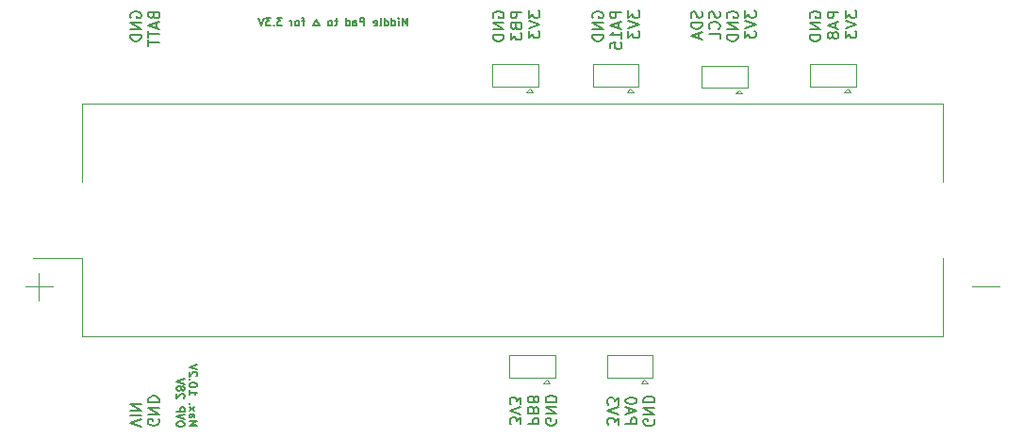
<source format=gbr>
%TF.GenerationSoftware,KiCad,Pcbnew,(6.0.6)*%
%TF.CreationDate,2022-06-29T12:08:49+02:00*%
%TF.ProjectId,LoRaMini,4c6f5261-4d69-46e6-992e-6b696361645f,rev?*%
%TF.SameCoordinates,Original*%
%TF.FileFunction,Legend,Bot*%
%TF.FilePolarity,Positive*%
%FSLAX46Y46*%
G04 Gerber Fmt 4.6, Leading zero omitted, Abs format (unit mm)*
G04 Created by KiCad (PCBNEW (6.0.6)) date 2022-06-29 12:08:49*
%MOMM*%
%LPD*%
G01*
G04 APERTURE LIST*
%ADD10C,0.150000*%
%ADD11C,0.120000*%
G04 APERTURE END LIST*
D10*
X141149600Y-138277504D02*
X141197219Y-138372742D01*
X141197219Y-138515600D01*
X141149600Y-138658457D01*
X141054361Y-138753695D01*
X140959123Y-138801314D01*
X140768647Y-138848933D01*
X140625790Y-138848933D01*
X140435314Y-138801314D01*
X140340076Y-138753695D01*
X140244838Y-138658457D01*
X140197219Y-138515600D01*
X140197219Y-138420361D01*
X140244838Y-138277504D01*
X140292457Y-138229885D01*
X140625790Y-138229885D01*
X140625790Y-138420361D01*
X140197219Y-137801314D02*
X141197219Y-137801314D01*
X140197219Y-137229885D01*
X141197219Y-137229885D01*
X140197219Y-136753695D02*
X141197219Y-136753695D01*
X141197219Y-136515600D01*
X141149600Y-136372742D01*
X141054361Y-136277504D01*
X140959123Y-136229885D01*
X140768647Y-136182266D01*
X140625790Y-136182266D01*
X140435314Y-136229885D01*
X140340076Y-136277504D01*
X140244838Y-136372742D01*
X140197219Y-136515600D01*
X140197219Y-136753695D01*
X138587219Y-138753695D02*
X139587219Y-138753695D01*
X139587219Y-138372742D01*
X139539600Y-138277504D01*
X139491980Y-138229885D01*
X139396742Y-138182266D01*
X139253885Y-138182266D01*
X139158647Y-138229885D01*
X139111028Y-138277504D01*
X139063409Y-138372742D01*
X139063409Y-138753695D01*
X139111028Y-137420361D02*
X139063409Y-137277504D01*
X139015790Y-137229885D01*
X138920552Y-137182266D01*
X138777695Y-137182266D01*
X138682457Y-137229885D01*
X138634838Y-137277504D01*
X138587219Y-137372742D01*
X138587219Y-137753695D01*
X139587219Y-137753695D01*
X139587219Y-137420361D01*
X139539600Y-137325123D01*
X139491980Y-137277504D01*
X139396742Y-137229885D01*
X139301504Y-137229885D01*
X139206266Y-137277504D01*
X139158647Y-137325123D01*
X139111028Y-137420361D01*
X139111028Y-137753695D01*
X139158647Y-136610838D02*
X139206266Y-136706076D01*
X139253885Y-136753695D01*
X139349123Y-136801314D01*
X139396742Y-136801314D01*
X139491980Y-136753695D01*
X139539600Y-136706076D01*
X139587219Y-136610838D01*
X139587219Y-136420361D01*
X139539600Y-136325123D01*
X139491980Y-136277504D01*
X139396742Y-136229885D01*
X139349123Y-136229885D01*
X139253885Y-136277504D01*
X139206266Y-136325123D01*
X139158647Y-136420361D01*
X139158647Y-136610838D01*
X139111028Y-136706076D01*
X139063409Y-136753695D01*
X138968171Y-136801314D01*
X138777695Y-136801314D01*
X138682457Y-136753695D01*
X138634838Y-136706076D01*
X138587219Y-136610838D01*
X138587219Y-136420361D01*
X138634838Y-136325123D01*
X138682457Y-136277504D01*
X138777695Y-136229885D01*
X138968171Y-136229885D01*
X139063409Y-136277504D01*
X139111028Y-136325123D01*
X139158647Y-136420361D01*
X137977219Y-138753695D02*
X137977219Y-138134647D01*
X137596266Y-138467980D01*
X137596266Y-138325123D01*
X137548647Y-138229885D01*
X137501028Y-138182266D01*
X137405790Y-138134647D01*
X137167695Y-138134647D01*
X137072457Y-138182266D01*
X137024838Y-138229885D01*
X136977219Y-138325123D01*
X136977219Y-138610838D01*
X137024838Y-138706076D01*
X137072457Y-138753695D01*
X137977219Y-137848933D02*
X136977219Y-137515600D01*
X137977219Y-137182266D01*
X137977219Y-136944171D02*
X137977219Y-136325123D01*
X137596266Y-136658457D01*
X137596266Y-136515600D01*
X137548647Y-136420361D01*
X137501028Y-136372742D01*
X137405790Y-136325123D01*
X137167695Y-136325123D01*
X137072457Y-136372742D01*
X137024838Y-136420361D01*
X136977219Y-136515600D01*
X136977219Y-136801314D01*
X137024838Y-136896552D01*
X137072457Y-136944171D01*
X154199761Y-101633976D02*
X154247380Y-101776833D01*
X154247380Y-102014928D01*
X154199761Y-102110166D01*
X154152142Y-102157785D01*
X154056904Y-102205404D01*
X153961666Y-102205404D01*
X153866428Y-102157785D01*
X153818809Y-102110166D01*
X153771190Y-102014928D01*
X153723571Y-101824452D01*
X153675952Y-101729214D01*
X153628333Y-101681595D01*
X153533095Y-101633976D01*
X153437857Y-101633976D01*
X153342619Y-101681595D01*
X153295000Y-101729214D01*
X153247380Y-101824452D01*
X153247380Y-102062547D01*
X153295000Y-102205404D01*
X154247380Y-102633976D02*
X153247380Y-102633976D01*
X153247380Y-102872071D01*
X153295000Y-103014928D01*
X153390238Y-103110166D01*
X153485476Y-103157785D01*
X153675952Y-103205404D01*
X153818809Y-103205404D01*
X154009285Y-103157785D01*
X154104523Y-103110166D01*
X154199761Y-103014928D01*
X154247380Y-102872071D01*
X154247380Y-102633976D01*
X153961666Y-103586357D02*
X153961666Y-104062547D01*
X154247380Y-103491119D02*
X153247380Y-103824452D01*
X154247380Y-104157785D01*
X155809761Y-101633976D02*
X155857380Y-101776833D01*
X155857380Y-102014928D01*
X155809761Y-102110166D01*
X155762142Y-102157785D01*
X155666904Y-102205404D01*
X155571666Y-102205404D01*
X155476428Y-102157785D01*
X155428809Y-102110166D01*
X155381190Y-102014928D01*
X155333571Y-101824452D01*
X155285952Y-101729214D01*
X155238333Y-101681595D01*
X155143095Y-101633976D01*
X155047857Y-101633976D01*
X154952619Y-101681595D01*
X154905000Y-101729214D01*
X154857380Y-101824452D01*
X154857380Y-102062547D01*
X154905000Y-102205404D01*
X155762142Y-103205404D02*
X155809761Y-103157785D01*
X155857380Y-103014928D01*
X155857380Y-102919690D01*
X155809761Y-102776833D01*
X155714523Y-102681595D01*
X155619285Y-102633976D01*
X155428809Y-102586357D01*
X155285952Y-102586357D01*
X155095476Y-102633976D01*
X155000238Y-102681595D01*
X154905000Y-102776833D01*
X154857380Y-102919690D01*
X154857380Y-103014928D01*
X154905000Y-103157785D01*
X154952619Y-103205404D01*
X155857380Y-104110166D02*
X155857380Y-103633976D01*
X154857380Y-103633976D01*
X156515000Y-102205404D02*
X156467380Y-102110166D01*
X156467380Y-101967309D01*
X156515000Y-101824452D01*
X156610238Y-101729214D01*
X156705476Y-101681595D01*
X156895952Y-101633976D01*
X157038809Y-101633976D01*
X157229285Y-101681595D01*
X157324523Y-101729214D01*
X157419761Y-101824452D01*
X157467380Y-101967309D01*
X157467380Y-102062547D01*
X157419761Y-102205404D01*
X157372142Y-102253023D01*
X157038809Y-102253023D01*
X157038809Y-102062547D01*
X157467380Y-102681595D02*
X156467380Y-102681595D01*
X157467380Y-103253023D01*
X156467380Y-103253023D01*
X157467380Y-103729214D02*
X156467380Y-103729214D01*
X156467380Y-103967309D01*
X156515000Y-104110166D01*
X156610238Y-104205404D01*
X156705476Y-104253023D01*
X156895952Y-104300642D01*
X157038809Y-104300642D01*
X157229285Y-104253023D01*
X157324523Y-104205404D01*
X157419761Y-104110166D01*
X157467380Y-103967309D01*
X157467380Y-103729214D01*
X158077380Y-101586357D02*
X158077380Y-102205404D01*
X158458333Y-101872071D01*
X158458333Y-102014928D01*
X158505952Y-102110166D01*
X158553571Y-102157785D01*
X158648809Y-102205404D01*
X158886904Y-102205404D01*
X158982142Y-102157785D01*
X159029761Y-102110166D01*
X159077380Y-102014928D01*
X159077380Y-101729214D01*
X159029761Y-101633976D01*
X158982142Y-101586357D01*
X158077380Y-102491119D02*
X159077380Y-102824452D01*
X158077380Y-103157785D01*
X158077380Y-103395880D02*
X158077380Y-104014928D01*
X158458333Y-103681595D01*
X158458333Y-103824452D01*
X158505952Y-103919690D01*
X158553571Y-103967309D01*
X158648809Y-104014928D01*
X158886904Y-104014928D01*
X158982142Y-103967309D01*
X159029761Y-103919690D01*
X159077380Y-103824452D01*
X159077380Y-103538738D01*
X159029761Y-103443500D01*
X158982142Y-103395880D01*
X149938000Y-138328304D02*
X149985619Y-138423542D01*
X149985619Y-138566400D01*
X149938000Y-138709257D01*
X149842761Y-138804495D01*
X149747523Y-138852114D01*
X149557047Y-138899733D01*
X149414190Y-138899733D01*
X149223714Y-138852114D01*
X149128476Y-138804495D01*
X149033238Y-138709257D01*
X148985619Y-138566400D01*
X148985619Y-138471161D01*
X149033238Y-138328304D01*
X149080857Y-138280685D01*
X149414190Y-138280685D01*
X149414190Y-138471161D01*
X148985619Y-137852114D02*
X149985619Y-137852114D01*
X148985619Y-137280685D01*
X149985619Y-137280685D01*
X148985619Y-136804495D02*
X149985619Y-136804495D01*
X149985619Y-136566400D01*
X149938000Y-136423542D01*
X149842761Y-136328304D01*
X149747523Y-136280685D01*
X149557047Y-136233066D01*
X149414190Y-136233066D01*
X149223714Y-136280685D01*
X149128476Y-136328304D01*
X149033238Y-136423542D01*
X148985619Y-136566400D01*
X148985619Y-136804495D01*
X147375619Y-138733066D02*
X148375619Y-138733066D01*
X148375619Y-138352114D01*
X148328000Y-138256876D01*
X148280380Y-138209257D01*
X148185142Y-138161638D01*
X148042285Y-138161638D01*
X147947047Y-138209257D01*
X147899428Y-138256876D01*
X147851809Y-138352114D01*
X147851809Y-138733066D01*
X147661333Y-137780685D02*
X147661333Y-137304495D01*
X147375619Y-137875923D02*
X148375619Y-137542590D01*
X147375619Y-137209257D01*
X148375619Y-136685447D02*
X148375619Y-136590209D01*
X148328000Y-136494971D01*
X148280380Y-136447352D01*
X148185142Y-136399733D01*
X147994666Y-136352114D01*
X147756571Y-136352114D01*
X147566095Y-136399733D01*
X147470857Y-136447352D01*
X147423238Y-136494971D01*
X147375619Y-136590209D01*
X147375619Y-136685447D01*
X147423238Y-136780685D01*
X147470857Y-136828304D01*
X147566095Y-136875923D01*
X147756571Y-136923542D01*
X147994666Y-136923542D01*
X148185142Y-136875923D01*
X148280380Y-136828304D01*
X148328000Y-136780685D01*
X148375619Y-136685447D01*
X146765619Y-138804495D02*
X146765619Y-138185447D01*
X146384666Y-138518780D01*
X146384666Y-138375923D01*
X146337047Y-138280685D01*
X146289428Y-138233066D01*
X146194190Y-138185447D01*
X145956095Y-138185447D01*
X145860857Y-138233066D01*
X145813238Y-138280685D01*
X145765619Y-138375923D01*
X145765619Y-138661638D01*
X145813238Y-138756876D01*
X145860857Y-138804495D01*
X146765619Y-137899733D02*
X145765619Y-137566400D01*
X146765619Y-137233066D01*
X146765619Y-136994971D02*
X146765619Y-136375923D01*
X146384666Y-136709257D01*
X146384666Y-136566400D01*
X146337047Y-136471161D01*
X146289428Y-136423542D01*
X146194190Y-136375923D01*
X145956095Y-136375923D01*
X145860857Y-136423542D01*
X145813238Y-136471161D01*
X145765619Y-136566400D01*
X145765619Y-136852114D01*
X145813238Y-136947352D01*
X145860857Y-136994971D01*
X135507200Y-102205404D02*
X135459580Y-102110166D01*
X135459580Y-101967309D01*
X135507200Y-101824452D01*
X135602438Y-101729214D01*
X135697676Y-101681595D01*
X135888152Y-101633976D01*
X136031009Y-101633976D01*
X136221485Y-101681595D01*
X136316723Y-101729214D01*
X136411961Y-101824452D01*
X136459580Y-101967309D01*
X136459580Y-102062547D01*
X136411961Y-102205404D01*
X136364342Y-102253023D01*
X136031009Y-102253023D01*
X136031009Y-102062547D01*
X136459580Y-102681595D02*
X135459580Y-102681595D01*
X136459580Y-103253023D01*
X135459580Y-103253023D01*
X136459580Y-103729214D02*
X135459580Y-103729214D01*
X135459580Y-103967309D01*
X135507200Y-104110166D01*
X135602438Y-104205404D01*
X135697676Y-104253023D01*
X135888152Y-104300642D01*
X136031009Y-104300642D01*
X136221485Y-104253023D01*
X136316723Y-104205404D01*
X136411961Y-104110166D01*
X136459580Y-103967309D01*
X136459580Y-103729214D01*
X138069580Y-101681595D02*
X137069580Y-101681595D01*
X137069580Y-102062547D01*
X137117200Y-102157785D01*
X137164819Y-102205404D01*
X137260057Y-102253023D01*
X137402914Y-102253023D01*
X137498152Y-102205404D01*
X137545771Y-102157785D01*
X137593390Y-102062547D01*
X137593390Y-101681595D01*
X137545771Y-103014928D02*
X137593390Y-103157785D01*
X137641009Y-103205404D01*
X137736247Y-103253023D01*
X137879104Y-103253023D01*
X137974342Y-103205404D01*
X138021961Y-103157785D01*
X138069580Y-103062547D01*
X138069580Y-102681595D01*
X137069580Y-102681595D01*
X137069580Y-103014928D01*
X137117200Y-103110166D01*
X137164819Y-103157785D01*
X137260057Y-103205404D01*
X137355295Y-103205404D01*
X137450533Y-103157785D01*
X137498152Y-103110166D01*
X137545771Y-103014928D01*
X137545771Y-102681595D01*
X137069580Y-103586357D02*
X137069580Y-104205404D01*
X137450533Y-103872071D01*
X137450533Y-104014928D01*
X137498152Y-104110166D01*
X137545771Y-104157785D01*
X137641009Y-104205404D01*
X137879104Y-104205404D01*
X137974342Y-104157785D01*
X138021961Y-104110166D01*
X138069580Y-104014928D01*
X138069580Y-103729214D01*
X138021961Y-103633976D01*
X137974342Y-103586357D01*
X138679580Y-101586357D02*
X138679580Y-102205404D01*
X139060533Y-101872071D01*
X139060533Y-102014928D01*
X139108152Y-102110166D01*
X139155771Y-102157785D01*
X139251009Y-102205404D01*
X139489104Y-102205404D01*
X139584342Y-102157785D01*
X139631961Y-102110166D01*
X139679580Y-102014928D01*
X139679580Y-101729214D01*
X139631961Y-101633976D01*
X139584342Y-101586357D01*
X138679580Y-102491119D02*
X139679580Y-102824452D01*
X138679580Y-103157785D01*
X138679580Y-103395880D02*
X138679580Y-104014928D01*
X139060533Y-103681595D01*
X139060533Y-103824452D01*
X139108152Y-103919690D01*
X139155771Y-103967309D01*
X139251009Y-104014928D01*
X139489104Y-104014928D01*
X139584342Y-103967309D01*
X139631961Y-103919690D01*
X139679580Y-103824452D01*
X139679580Y-103538738D01*
X139631961Y-103443500D01*
X139584342Y-103395880D01*
X127813366Y-102927966D02*
X127813366Y-102227966D01*
X127580033Y-102727966D01*
X127346700Y-102227966D01*
X127346700Y-102927966D01*
X127013366Y-102927966D02*
X127013366Y-102461300D01*
X127013366Y-102227966D02*
X127046700Y-102261300D01*
X127013366Y-102294633D01*
X126980033Y-102261300D01*
X127013366Y-102227966D01*
X127013366Y-102294633D01*
X126380033Y-102927966D02*
X126380033Y-102227966D01*
X126380033Y-102894633D02*
X126446700Y-102927966D01*
X126580033Y-102927966D01*
X126646700Y-102894633D01*
X126680033Y-102861300D01*
X126713366Y-102794633D01*
X126713366Y-102594633D01*
X126680033Y-102527966D01*
X126646700Y-102494633D01*
X126580033Y-102461300D01*
X126446700Y-102461300D01*
X126380033Y-102494633D01*
X125746700Y-102927966D02*
X125746700Y-102227966D01*
X125746700Y-102894633D02*
X125813366Y-102927966D01*
X125946700Y-102927966D01*
X126013366Y-102894633D01*
X126046700Y-102861300D01*
X126080033Y-102794633D01*
X126080033Y-102594633D01*
X126046700Y-102527966D01*
X126013366Y-102494633D01*
X125946700Y-102461300D01*
X125813366Y-102461300D01*
X125746700Y-102494633D01*
X125313366Y-102927966D02*
X125380033Y-102894633D01*
X125413366Y-102827966D01*
X125413366Y-102227966D01*
X124780033Y-102894633D02*
X124846700Y-102927966D01*
X124980033Y-102927966D01*
X125046700Y-102894633D01*
X125080033Y-102827966D01*
X125080033Y-102561300D01*
X125046700Y-102494633D01*
X124980033Y-102461300D01*
X124846700Y-102461300D01*
X124780033Y-102494633D01*
X124746700Y-102561300D01*
X124746700Y-102627966D01*
X125080033Y-102694633D01*
X123913366Y-102927966D02*
X123913366Y-102227966D01*
X123646700Y-102227966D01*
X123580033Y-102261300D01*
X123546700Y-102294633D01*
X123513366Y-102361300D01*
X123513366Y-102461300D01*
X123546700Y-102527966D01*
X123580033Y-102561300D01*
X123646700Y-102594633D01*
X123913366Y-102594633D01*
X122913366Y-102927966D02*
X122913366Y-102561300D01*
X122946700Y-102494633D01*
X123013366Y-102461300D01*
X123146700Y-102461300D01*
X123213366Y-102494633D01*
X122913366Y-102894633D02*
X122980033Y-102927966D01*
X123146700Y-102927966D01*
X123213366Y-102894633D01*
X123246700Y-102827966D01*
X123246700Y-102761300D01*
X123213366Y-102694633D01*
X123146700Y-102661300D01*
X122980033Y-102661300D01*
X122913366Y-102627966D01*
X122280033Y-102927966D02*
X122280033Y-102227966D01*
X122280033Y-102894633D02*
X122346700Y-102927966D01*
X122480033Y-102927966D01*
X122546700Y-102894633D01*
X122580033Y-102861300D01*
X122613366Y-102794633D01*
X122613366Y-102594633D01*
X122580033Y-102527966D01*
X122546700Y-102494633D01*
X122480033Y-102461300D01*
X122346700Y-102461300D01*
X122280033Y-102494633D01*
X121513366Y-102461300D02*
X121246700Y-102461300D01*
X121413366Y-102227966D02*
X121413366Y-102827966D01*
X121380033Y-102894633D01*
X121313366Y-102927966D01*
X121246700Y-102927966D01*
X120913366Y-102927966D02*
X120980033Y-102894633D01*
X121013366Y-102861300D01*
X121046700Y-102794633D01*
X121046700Y-102594633D01*
X121013366Y-102527966D01*
X120980033Y-102494633D01*
X120913366Y-102461300D01*
X120813366Y-102461300D01*
X120746700Y-102494633D01*
X120713366Y-102527966D01*
X120680033Y-102594633D01*
X120680033Y-102794633D01*
X120713366Y-102861300D01*
X120746700Y-102894633D01*
X120813366Y-102927966D01*
X120913366Y-102927966D01*
X119580033Y-102394633D02*
X119280033Y-102927966D01*
X119880033Y-102927966D01*
X119580033Y-102394633D01*
X118546700Y-102461300D02*
X118280033Y-102461300D01*
X118446700Y-102927966D02*
X118446700Y-102327966D01*
X118413366Y-102261300D01*
X118346700Y-102227966D01*
X118280033Y-102227966D01*
X117946700Y-102927966D02*
X118013366Y-102894633D01*
X118046700Y-102861300D01*
X118080033Y-102794633D01*
X118080033Y-102594633D01*
X118046700Y-102527966D01*
X118013366Y-102494633D01*
X117946700Y-102461300D01*
X117846700Y-102461300D01*
X117780033Y-102494633D01*
X117746700Y-102527966D01*
X117713366Y-102594633D01*
X117713366Y-102794633D01*
X117746700Y-102861300D01*
X117780033Y-102894633D01*
X117846700Y-102927966D01*
X117946700Y-102927966D01*
X117413366Y-102927966D02*
X117413366Y-102461300D01*
X117413366Y-102594633D02*
X117380033Y-102527966D01*
X117346700Y-102494633D01*
X117280033Y-102461300D01*
X117213366Y-102461300D01*
X116513366Y-102227966D02*
X116080033Y-102227966D01*
X116313366Y-102494633D01*
X116213366Y-102494633D01*
X116146700Y-102527966D01*
X116113366Y-102561300D01*
X116080033Y-102627966D01*
X116080033Y-102794633D01*
X116113366Y-102861300D01*
X116146700Y-102894633D01*
X116213366Y-102927966D01*
X116413366Y-102927966D01*
X116480033Y-102894633D01*
X116513366Y-102861300D01*
X115780033Y-102861300D02*
X115746700Y-102894633D01*
X115780033Y-102927966D01*
X115813366Y-102894633D01*
X115780033Y-102861300D01*
X115780033Y-102927966D01*
X115513366Y-102227966D02*
X115080033Y-102227966D01*
X115313366Y-102494633D01*
X115213366Y-102494633D01*
X115146700Y-102527966D01*
X115113366Y-102561300D01*
X115080033Y-102627966D01*
X115080033Y-102794633D01*
X115113366Y-102861300D01*
X115146700Y-102894633D01*
X115213366Y-102927966D01*
X115413366Y-102927966D01*
X115480033Y-102894633D01*
X115513366Y-102861300D01*
X114880033Y-102227966D02*
X114646700Y-102927966D01*
X114413366Y-102227966D01*
X144448000Y-102205404D02*
X144400380Y-102110166D01*
X144400380Y-101967309D01*
X144448000Y-101824452D01*
X144543238Y-101729214D01*
X144638476Y-101681595D01*
X144828952Y-101633976D01*
X144971809Y-101633976D01*
X145162285Y-101681595D01*
X145257523Y-101729214D01*
X145352761Y-101824452D01*
X145400380Y-101967309D01*
X145400380Y-102062547D01*
X145352761Y-102205404D01*
X145305142Y-102253023D01*
X144971809Y-102253023D01*
X144971809Y-102062547D01*
X145400380Y-102681595D02*
X144400380Y-102681595D01*
X145400380Y-103253023D01*
X144400380Y-103253023D01*
X145400380Y-103729214D02*
X144400380Y-103729214D01*
X144400380Y-103967309D01*
X144448000Y-104110166D01*
X144543238Y-104205404D01*
X144638476Y-104253023D01*
X144828952Y-104300642D01*
X144971809Y-104300642D01*
X145162285Y-104253023D01*
X145257523Y-104205404D01*
X145352761Y-104110166D01*
X145400380Y-103967309D01*
X145400380Y-103729214D01*
X147010380Y-101681595D02*
X146010380Y-101681595D01*
X146010380Y-102062547D01*
X146058000Y-102157785D01*
X146105619Y-102205404D01*
X146200857Y-102253023D01*
X146343714Y-102253023D01*
X146438952Y-102205404D01*
X146486571Y-102157785D01*
X146534190Y-102062547D01*
X146534190Y-101681595D01*
X146724666Y-102633976D02*
X146724666Y-103110166D01*
X147010380Y-102538738D02*
X146010380Y-102872071D01*
X147010380Y-103205404D01*
X147010380Y-104062547D02*
X147010380Y-103491119D01*
X147010380Y-103776833D02*
X146010380Y-103776833D01*
X146153238Y-103681595D01*
X146248476Y-103586357D01*
X146296095Y-103491119D01*
X146010380Y-104967309D02*
X146010380Y-104491119D01*
X146486571Y-104443500D01*
X146438952Y-104491119D01*
X146391333Y-104586357D01*
X146391333Y-104824452D01*
X146438952Y-104919690D01*
X146486571Y-104967309D01*
X146581809Y-105014928D01*
X146819904Y-105014928D01*
X146915142Y-104967309D01*
X146962761Y-104919690D01*
X147010380Y-104824452D01*
X147010380Y-104586357D01*
X146962761Y-104491119D01*
X146915142Y-104443500D01*
X147620380Y-101586357D02*
X147620380Y-102205404D01*
X148001333Y-101872071D01*
X148001333Y-102014928D01*
X148048952Y-102110166D01*
X148096571Y-102157785D01*
X148191809Y-102205404D01*
X148429904Y-102205404D01*
X148525142Y-102157785D01*
X148572761Y-102110166D01*
X148620380Y-102014928D01*
X148620380Y-101729214D01*
X148572761Y-101633976D01*
X148525142Y-101586357D01*
X147620380Y-102491119D02*
X148620380Y-102824452D01*
X147620380Y-103157785D01*
X147620380Y-103395880D02*
X147620380Y-104014928D01*
X148001333Y-103681595D01*
X148001333Y-103824452D01*
X148048952Y-103919690D01*
X148096571Y-103967309D01*
X148191809Y-104014928D01*
X148429904Y-104014928D01*
X148525142Y-103967309D01*
X148572761Y-103919690D01*
X148620380Y-103824452D01*
X148620380Y-103538738D01*
X148572761Y-103443500D01*
X148525142Y-103395880D01*
X105445000Y-138305805D02*
X105492619Y-138401043D01*
X105492619Y-138543900D01*
X105445000Y-138686757D01*
X105349761Y-138781995D01*
X105254523Y-138829614D01*
X105064047Y-138877233D01*
X104921190Y-138877233D01*
X104730714Y-138829614D01*
X104635476Y-138781995D01*
X104540238Y-138686757D01*
X104492619Y-138543900D01*
X104492619Y-138448662D01*
X104540238Y-138305805D01*
X104587857Y-138258186D01*
X104921190Y-138258186D01*
X104921190Y-138448662D01*
X104492619Y-137829614D02*
X105492619Y-137829614D01*
X104492619Y-137258186D01*
X105492619Y-137258186D01*
X104492619Y-136781995D02*
X105492619Y-136781995D01*
X105492619Y-136543900D01*
X105445000Y-136401043D01*
X105349761Y-136305805D01*
X105254523Y-136258186D01*
X105064047Y-136210567D01*
X104921190Y-136210567D01*
X104730714Y-136258186D01*
X104635476Y-136305805D01*
X104540238Y-136401043D01*
X104492619Y-136543900D01*
X104492619Y-136781995D01*
X103882619Y-138972471D02*
X102882619Y-138639138D01*
X103882619Y-138305805D01*
X102882619Y-137972471D02*
X103882619Y-137972471D01*
X102882619Y-137496281D02*
X103882619Y-137496281D01*
X102882619Y-136924852D01*
X103882619Y-136924852D01*
X102962000Y-102205404D02*
X102914380Y-102110166D01*
X102914380Y-101967309D01*
X102962000Y-101824452D01*
X103057238Y-101729214D01*
X103152476Y-101681595D01*
X103342952Y-101633976D01*
X103485809Y-101633976D01*
X103676285Y-101681595D01*
X103771523Y-101729214D01*
X103866761Y-101824452D01*
X103914380Y-101967309D01*
X103914380Y-102062547D01*
X103866761Y-102205404D01*
X103819142Y-102253023D01*
X103485809Y-102253023D01*
X103485809Y-102062547D01*
X103914380Y-102681595D02*
X102914380Y-102681595D01*
X103914380Y-103253023D01*
X102914380Y-103253023D01*
X103914380Y-103729214D02*
X102914380Y-103729214D01*
X102914380Y-103967309D01*
X102962000Y-104110166D01*
X103057238Y-104205404D01*
X103152476Y-104253023D01*
X103342952Y-104300642D01*
X103485809Y-104300642D01*
X103676285Y-104253023D01*
X103771523Y-104205404D01*
X103866761Y-104110166D01*
X103914380Y-103967309D01*
X103914380Y-103729214D01*
X105000571Y-102014928D02*
X105048190Y-102157785D01*
X105095809Y-102205404D01*
X105191047Y-102253023D01*
X105333904Y-102253023D01*
X105429142Y-102205404D01*
X105476761Y-102157785D01*
X105524380Y-102062547D01*
X105524380Y-101681595D01*
X104524380Y-101681595D01*
X104524380Y-102014928D01*
X104572000Y-102110166D01*
X104619619Y-102157785D01*
X104714857Y-102205404D01*
X104810095Y-102205404D01*
X104905333Y-102157785D01*
X104952952Y-102110166D01*
X105000571Y-102014928D01*
X105000571Y-101681595D01*
X105238666Y-102633976D02*
X105238666Y-103110166D01*
X105524380Y-102538738D02*
X104524380Y-102872071D01*
X105524380Y-103205404D01*
X104524380Y-103395880D02*
X104524380Y-103967309D01*
X105524380Y-103681595D02*
X104524380Y-103681595D01*
X104524380Y-104157785D02*
X104524380Y-104729214D01*
X105524380Y-104443500D02*
X104524380Y-104443500D01*
X108196833Y-138927833D02*
X108896833Y-138927833D01*
X108396833Y-138694500D01*
X108896833Y-138461166D01*
X108196833Y-138461166D01*
X108196833Y-137827833D02*
X108563500Y-137827833D01*
X108630166Y-137861166D01*
X108663500Y-137927833D01*
X108663500Y-138061166D01*
X108630166Y-138127833D01*
X108230166Y-137827833D02*
X108196833Y-137894500D01*
X108196833Y-138061166D01*
X108230166Y-138127833D01*
X108296833Y-138161166D01*
X108363500Y-138161166D01*
X108430166Y-138127833D01*
X108463500Y-138061166D01*
X108463500Y-137894500D01*
X108496833Y-137827833D01*
X108196833Y-137561166D02*
X108663500Y-137194500D01*
X108663500Y-137561166D02*
X108196833Y-137194500D01*
X108263500Y-136927833D02*
X108230166Y-136894500D01*
X108196833Y-136927833D01*
X108230166Y-136961166D01*
X108263500Y-136927833D01*
X108196833Y-136927833D01*
X108196833Y-135694500D02*
X108196833Y-136094500D01*
X108196833Y-135894500D02*
X108896833Y-135894500D01*
X108796833Y-135961166D01*
X108730166Y-136027833D01*
X108696833Y-136094500D01*
X108896833Y-135261166D02*
X108896833Y-135194500D01*
X108863500Y-135127833D01*
X108830166Y-135094500D01*
X108763500Y-135061166D01*
X108630166Y-135027833D01*
X108463500Y-135027833D01*
X108330166Y-135061166D01*
X108263500Y-135094500D01*
X108230166Y-135127833D01*
X108196833Y-135194500D01*
X108196833Y-135261166D01*
X108230166Y-135327833D01*
X108263500Y-135361166D01*
X108330166Y-135394500D01*
X108463500Y-135427833D01*
X108630166Y-135427833D01*
X108763500Y-135394500D01*
X108830166Y-135361166D01*
X108863500Y-135327833D01*
X108896833Y-135261166D01*
X108263500Y-134727833D02*
X108230166Y-134694500D01*
X108196833Y-134727833D01*
X108230166Y-134761166D01*
X108263500Y-134727833D01*
X108196833Y-134727833D01*
X108830166Y-134427833D02*
X108863500Y-134394500D01*
X108896833Y-134327833D01*
X108896833Y-134161166D01*
X108863500Y-134094500D01*
X108830166Y-134061166D01*
X108763500Y-134027833D01*
X108696833Y-134027833D01*
X108596833Y-134061166D01*
X108196833Y-134461166D01*
X108196833Y-134027833D01*
X108896833Y-133827833D02*
X108196833Y-133594500D01*
X108896833Y-133361166D01*
X107769833Y-138794500D02*
X107769833Y-138661166D01*
X107736500Y-138594500D01*
X107669833Y-138527833D01*
X107536500Y-138494500D01*
X107303166Y-138494500D01*
X107169833Y-138527833D01*
X107103166Y-138594500D01*
X107069833Y-138661166D01*
X107069833Y-138794500D01*
X107103166Y-138861166D01*
X107169833Y-138927833D01*
X107303166Y-138961166D01*
X107536500Y-138961166D01*
X107669833Y-138927833D01*
X107736500Y-138861166D01*
X107769833Y-138794500D01*
X107769833Y-138294500D02*
X107069833Y-138061166D01*
X107769833Y-137827833D01*
X107069833Y-137594500D02*
X107769833Y-137594500D01*
X107769833Y-137327833D01*
X107736500Y-137261166D01*
X107703166Y-137227833D01*
X107636500Y-137194500D01*
X107536500Y-137194500D01*
X107469833Y-137227833D01*
X107436500Y-137261166D01*
X107403166Y-137327833D01*
X107403166Y-137594500D01*
X107703166Y-136394500D02*
X107736500Y-136361166D01*
X107769833Y-136294500D01*
X107769833Y-136127833D01*
X107736500Y-136061166D01*
X107703166Y-136027833D01*
X107636500Y-135994500D01*
X107569833Y-135994500D01*
X107469833Y-136027833D01*
X107069833Y-136427833D01*
X107069833Y-135994500D01*
X107469833Y-135594500D02*
X107503166Y-135661166D01*
X107536500Y-135694500D01*
X107603166Y-135727833D01*
X107636500Y-135727833D01*
X107703166Y-135694500D01*
X107736500Y-135661166D01*
X107769833Y-135594500D01*
X107769833Y-135461166D01*
X107736500Y-135394500D01*
X107703166Y-135361166D01*
X107636500Y-135327833D01*
X107603166Y-135327833D01*
X107536500Y-135361166D01*
X107503166Y-135394500D01*
X107469833Y-135461166D01*
X107469833Y-135594500D01*
X107436500Y-135661166D01*
X107403166Y-135694500D01*
X107336500Y-135727833D01*
X107203166Y-135727833D01*
X107136500Y-135694500D01*
X107103166Y-135661166D01*
X107069833Y-135594500D01*
X107069833Y-135461166D01*
X107103166Y-135394500D01*
X107136500Y-135361166D01*
X107203166Y-135327833D01*
X107336500Y-135327833D01*
X107403166Y-135361166D01*
X107436500Y-135394500D01*
X107469833Y-135461166D01*
X107769833Y-135127833D02*
X107069833Y-134894500D01*
X107769833Y-134661166D01*
X163955200Y-102205404D02*
X163907580Y-102110166D01*
X163907580Y-101967309D01*
X163955200Y-101824452D01*
X164050438Y-101729214D01*
X164145676Y-101681595D01*
X164336152Y-101633976D01*
X164479009Y-101633976D01*
X164669485Y-101681595D01*
X164764723Y-101729214D01*
X164859961Y-101824452D01*
X164907580Y-101967309D01*
X164907580Y-102062547D01*
X164859961Y-102205404D01*
X164812342Y-102253023D01*
X164479009Y-102253023D01*
X164479009Y-102062547D01*
X164907580Y-102681595D02*
X163907580Y-102681595D01*
X164907580Y-103253023D01*
X163907580Y-103253023D01*
X164907580Y-103729214D02*
X163907580Y-103729214D01*
X163907580Y-103967309D01*
X163955200Y-104110166D01*
X164050438Y-104205404D01*
X164145676Y-104253023D01*
X164336152Y-104300642D01*
X164479009Y-104300642D01*
X164669485Y-104253023D01*
X164764723Y-104205404D01*
X164859961Y-104110166D01*
X164907580Y-103967309D01*
X164907580Y-103729214D01*
X166517580Y-101681595D02*
X165517580Y-101681595D01*
X165517580Y-102062547D01*
X165565200Y-102157785D01*
X165612819Y-102205404D01*
X165708057Y-102253023D01*
X165850914Y-102253023D01*
X165946152Y-102205404D01*
X165993771Y-102157785D01*
X166041390Y-102062547D01*
X166041390Y-101681595D01*
X166231866Y-102633976D02*
X166231866Y-103110166D01*
X166517580Y-102538738D02*
X165517580Y-102872071D01*
X166517580Y-103205404D01*
X165946152Y-103681595D02*
X165898533Y-103586357D01*
X165850914Y-103538738D01*
X165755676Y-103491119D01*
X165708057Y-103491119D01*
X165612819Y-103538738D01*
X165565200Y-103586357D01*
X165517580Y-103681595D01*
X165517580Y-103872071D01*
X165565200Y-103967309D01*
X165612819Y-104014928D01*
X165708057Y-104062547D01*
X165755676Y-104062547D01*
X165850914Y-104014928D01*
X165898533Y-103967309D01*
X165946152Y-103872071D01*
X165946152Y-103681595D01*
X165993771Y-103586357D01*
X166041390Y-103538738D01*
X166136628Y-103491119D01*
X166327104Y-103491119D01*
X166422342Y-103538738D01*
X166469961Y-103586357D01*
X166517580Y-103681595D01*
X166517580Y-103872071D01*
X166469961Y-103967309D01*
X166422342Y-104014928D01*
X166327104Y-104062547D01*
X166136628Y-104062547D01*
X166041390Y-104014928D01*
X165993771Y-103967309D01*
X165946152Y-103872071D01*
X167127580Y-101586357D02*
X167127580Y-102205404D01*
X167508533Y-101872071D01*
X167508533Y-102014928D01*
X167556152Y-102110166D01*
X167603771Y-102157785D01*
X167699009Y-102205404D01*
X167937104Y-102205404D01*
X168032342Y-102157785D01*
X168079961Y-102110166D01*
X168127580Y-102014928D01*
X168127580Y-101729214D01*
X168079961Y-101633976D01*
X168032342Y-101586357D01*
X167127580Y-102491119D02*
X168127580Y-102824452D01*
X167127580Y-103157785D01*
X167127580Y-103395880D02*
X167127580Y-104014928D01*
X167508533Y-103681595D01*
X167508533Y-103824452D01*
X167556152Y-103919690D01*
X167603771Y-103967309D01*
X167699009Y-104014928D01*
X167937104Y-104014928D01*
X168032342Y-103967309D01*
X168079961Y-103919690D01*
X168127580Y-103824452D01*
X168127580Y-103538738D01*
X168079961Y-103443500D01*
X168032342Y-103395880D01*
D11*
%TO.C,LPB8*%
X136951500Y-132553200D02*
X136951500Y-134553200D01*
X140301500Y-134753200D02*
X140601500Y-135053200D01*
X136951500Y-134553200D02*
X141051500Y-134553200D01*
X140601500Y-135053200D02*
X140001500Y-135053200D01*
X141051500Y-134553200D02*
X141051500Y-132553200D01*
X141051500Y-132553200D02*
X136951500Y-132553200D01*
X140301500Y-134753200D02*
X140001500Y-135053200D01*
%TO.C,LPB3*%
X139064800Y-108900000D02*
X138464800Y-108900000D01*
X135414800Y-108400000D02*
X139514800Y-108400000D01*
X138764800Y-108600000D02*
X139064800Y-108900000D01*
X139514800Y-108400000D02*
X139514800Y-106400000D01*
X139514800Y-106400000D02*
X135414800Y-106400000D01*
X138764800Y-108600000D02*
X138464800Y-108900000D01*
X135414800Y-106400000D02*
X135414800Y-108400000D01*
%TO.C,LPA0*%
X145727200Y-132553200D02*
X145727200Y-134553200D01*
X149077200Y-134753200D02*
X149377200Y-135053200D01*
X149827200Y-134553200D02*
X149827200Y-132553200D01*
X149077200Y-134753200D02*
X148777200Y-135053200D01*
X145727200Y-134553200D02*
X149827200Y-134553200D01*
X149827200Y-132553200D02*
X145727200Y-132553200D01*
X149377200Y-135053200D02*
X148777200Y-135053200D01*
%TO.C,BT1*%
X175850800Y-109956000D02*
X98570800Y-109956000D01*
X98570800Y-123836000D02*
X94210800Y-123836000D01*
X175850800Y-116956000D02*
X175850800Y-109956000D01*
X175850800Y-123836000D02*
X175850800Y-130816000D01*
X98570800Y-130836000D02*
X98570800Y-123836000D01*
X93460800Y-126396000D02*
X95960800Y-126396000D01*
X94710800Y-125146000D02*
X94710800Y-127646000D01*
X180960800Y-126396000D02*
X178460800Y-126396000D01*
X175850800Y-130836000D02*
X98570800Y-130836000D01*
X98570800Y-109956000D02*
X98570800Y-116956000D01*
%TO.C,LPA15*%
X148550000Y-106407500D02*
X144450000Y-106407500D01*
X148100000Y-108907500D02*
X147500000Y-108907500D01*
X147800000Y-108607500D02*
X147500000Y-108907500D01*
X144450000Y-106407500D02*
X144450000Y-108407500D01*
X144450000Y-108407500D02*
X148550000Y-108407500D01*
X147800000Y-108607500D02*
X148100000Y-108907500D01*
X148550000Y-108407500D02*
X148550000Y-106407500D01*
%TO.C,JP6*%
X154210800Y-106507500D02*
X154210800Y-108507500D01*
X158310800Y-106507500D02*
X154210800Y-106507500D01*
X157560800Y-108707500D02*
X157260800Y-109007500D01*
X157860800Y-109007500D02*
X157260800Y-109007500D01*
X154210800Y-108507500D02*
X158310800Y-108507500D01*
X158310800Y-108507500D02*
X158310800Y-106507500D01*
X157560800Y-108707500D02*
X157860800Y-109007500D01*
%TO.C,LPA8*%
X168064400Y-106400000D02*
X163964400Y-106400000D01*
X163964400Y-106400000D02*
X163964400Y-108400000D01*
X168064400Y-108400000D02*
X168064400Y-106400000D01*
X167314400Y-108600000D02*
X167614400Y-108900000D01*
X167614400Y-108900000D02*
X167014400Y-108900000D01*
X167314400Y-108600000D02*
X167014400Y-108900000D01*
X163964400Y-108400000D02*
X168064400Y-108400000D01*
%TD*%
M02*

</source>
